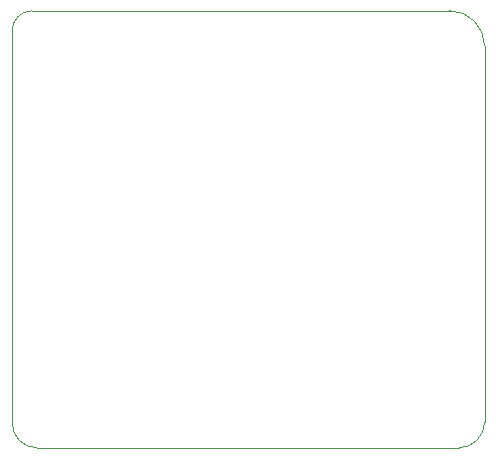
<source format=gbr>
%TF.GenerationSoftware,KiCad,Pcbnew,(5.1.5)-3*%
%TF.CreationDate,2021-04-08T15:18:11+01:00*%
%TF.ProjectId,Data Mode Radio Cable,44617461-204d-46f6-9465-20526164696f,rev?*%
%TF.SameCoordinates,PX2dc6c00PY4d3f640*%
%TF.FileFunction,Profile,NP*%
%FSLAX46Y46*%
G04 Gerber Fmt 4.6, Leading zero omitted, Abs format (unit mm)*
G04 Created by KiCad (PCBNEW (5.1.5)-3) date 2021-04-08 15:18:11*
%MOMM*%
%LPD*%
G04 APERTURE LIST*
%TA.AperFunction,Profile*%
%ADD10C,0.050000*%
%TD*%
G04 APERTURE END LIST*
D10*
X0Y35319000D02*
X0Y2092000D01*
X37819000Y0D02*
X2092000Y0D01*
X40000000Y34036000D02*
X40000000Y2181000D01*
X1681000Y37000000D02*
X37036000Y37000000D01*
X0Y35319000D02*
G75*
G02X1681000Y37000000I1681000J0D01*
G01*
X37036000Y37000000D02*
G75*
G02X40000000Y34036000I0J-2964000D01*
G01*
X40000000Y2181000D02*
G75*
G02X37819000Y0I-2181000J0D01*
G01*
X2092000Y0D02*
G75*
G02X0Y2092000I0J2092000D01*
G01*
M02*

</source>
